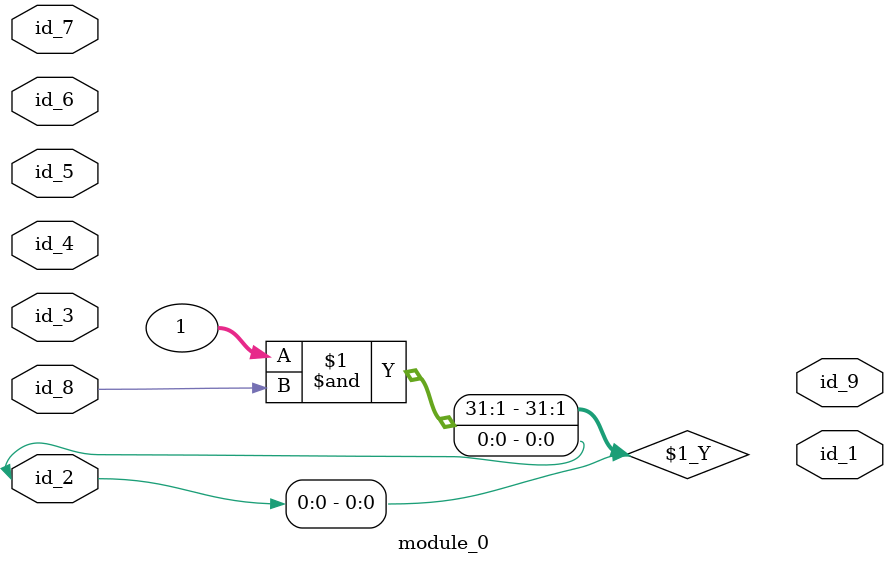
<source format=v>
module module_0 (
    id_1,
    id_2,
    id_3,
    id_4,
    id_5,
    id_6,
    id_7,
    id_8,
    id_9
);
  output id_9;
  inout id_8;
  input id_7;
  input id_6;
  inout id_5;
  inout id_4;
  inout id_3;
  inout id_2;
  output id_1;
  assign id_2 = {1{1 & id_8}};
endmodule

</source>
